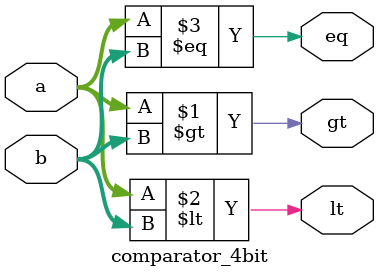
<source format=v>


module comparator_4bit(input [3:0] a, b, output gt, lt, eq);
  assign gt = (a > b);
  assign lt = (a < b);
  assign eq = (a == b);
endmodule



</source>
